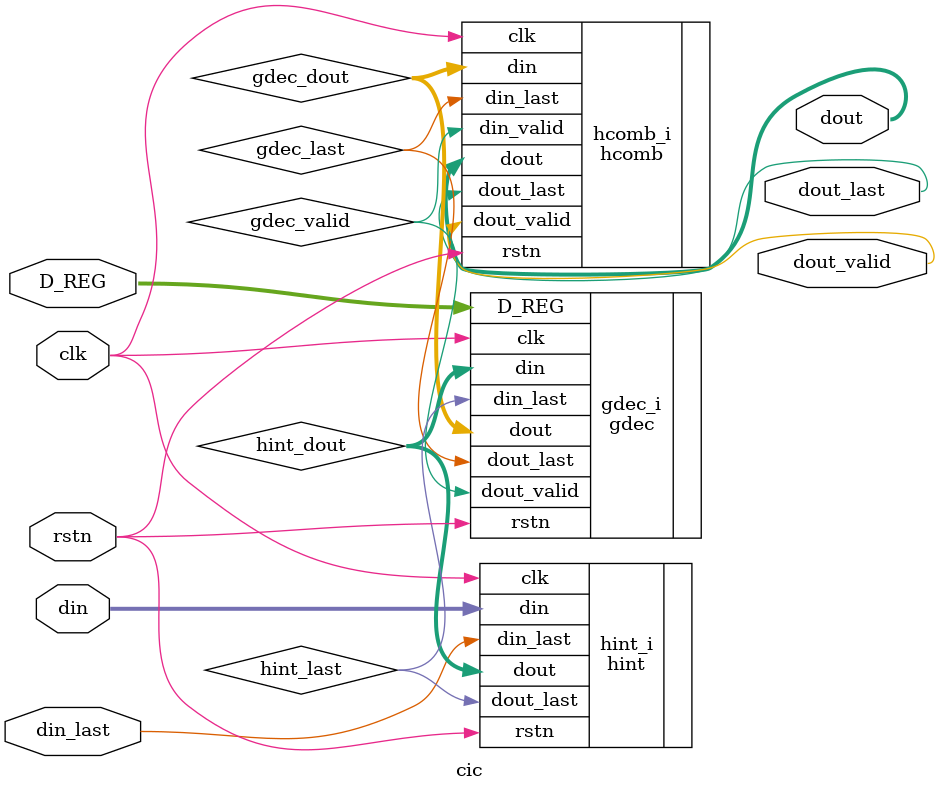
<source format=v>
module cic
	(
		rstn		,
		clk			,
		din			,
		din_last	,
		dout		,
		dout_last	,
		dout_valid	,
		D_REG
	);

/**************/
/* Parameters */
/**************/
parameter NCH 	= 16;
parameter B		= 8;

/*********/
/* Ports */
/*********/
input			rstn;
input			clk;
input [B-1:0]	din;
input			din_last;
output[B-1:0]	dout;
output			dout_last;
output			dout_valid;
input [7:0]		D_REG;

/*************/
/* Internals */
/*************/
wire	[B-1:0]	hint_dout;
wire			hint_last;
wire	[B-1:0]	gdec_dout;
wire			gdec_last;
wire			gdec_valid;

/****************/
/* Architecture */
/****************/

// TDM Integrator.
hint
    #(
        .NCH(NCH),
        .B	(B	)
    )
    hint_i
	( 
		.rstn		(rstn		),
        .clk   		(clk		),
        .din    	(din		),
		.din_last	(din_last	),
        .dout		(hint_dout	),
		.dout_last	(hint_last	)
    );

// TDM Decimator.
gdec
    #(
        .NCH(NCH),
        .B	(B	)
    )
    gdec_i
	( 
		.rstn		(rstn		),
        .clk   		(clk		),
        .din    	(hint_dout	),
		.din_last	(hint_last	),
        .dout		(gdec_dout	),
		.dout_last	(gdec_last	),
		.dout_valid	(gdec_valid	),
		.D_REG		(D_REG		)
    );

// TDM Comb
hcomb
    #(
        .NCH(NCH),
        .B	(B	)
    )
    hcomb_i
	( 
		.rstn		(rstn		),
        .clk   		(clk		),
        .din    	(gdec_dout	),
		.din_last	(gdec_last	),
		.din_valid	(gdec_valid	),
        .dout		(dout		),
		.dout_last	(dout_last	),
		.dout_valid	(dout_valid	)
    );

endmodule


</source>
